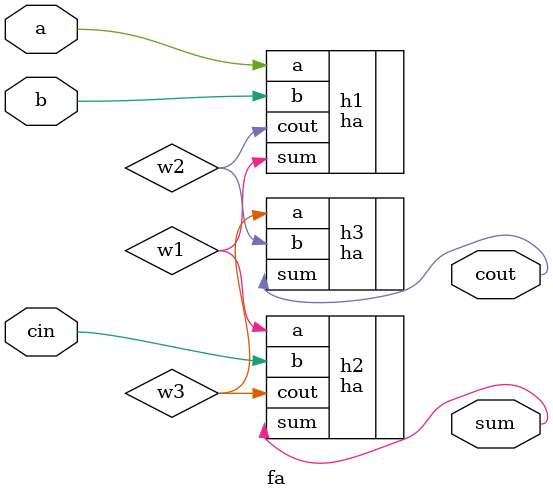
<source format=sv>
module fa
(input a,b,cin,output sum,cout);
wire w1,w2,w3;
ha h1(.a,.b,.sum(w1),.cout(w2));
ha h2(.a(w1),.b(cin),.sum,.cout(w3));
ha h3(.a(w3),.b(w2),.sum(cout));
endmodule
</source>
